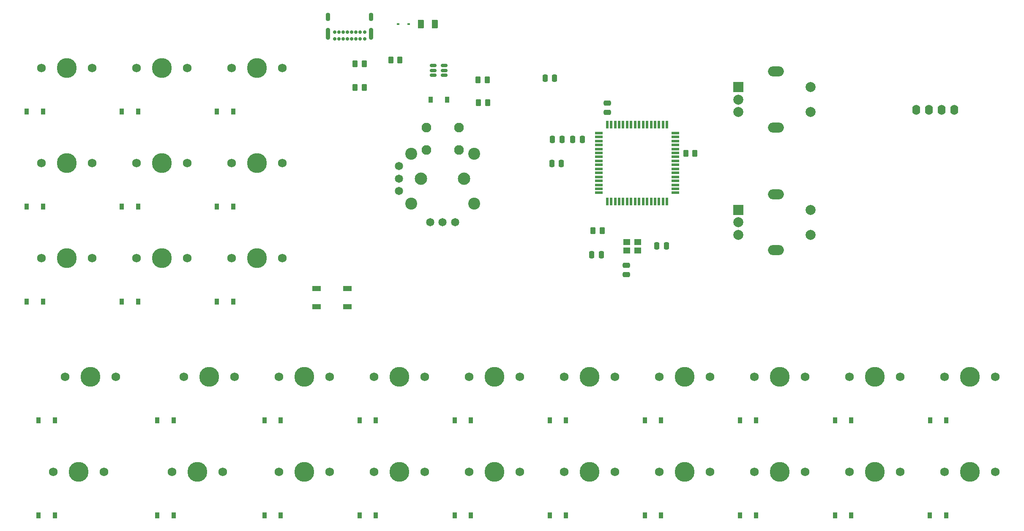
<source format=gbr>
%TF.GenerationSoftware,KiCad,Pcbnew,(6.0.5)*%
%TF.CreationDate,2022-05-16T19:36:13-07:00*%
%TF.ProjectId,3HMouse,33484d6f-7573-4652-9e6b-696361645f70,rev?*%
%TF.SameCoordinates,Original*%
%TF.FileFunction,Soldermask,Top*%
%TF.FilePolarity,Negative*%
%FSLAX46Y46*%
G04 Gerber Fmt 4.6, Leading zero omitted, Abs format (unit mm)*
G04 Created by KiCad (PCBNEW (6.0.5)) date 2022-05-16 19:36:13*
%MOMM*%
%LPD*%
G01*
G04 APERTURE LIST*
G04 Aperture macros list*
%AMRoundRect*
0 Rectangle with rounded corners*
0 $1 Rounding radius*
0 $2 $3 $4 $5 $6 $7 $8 $9 X,Y pos of 4 corners*
0 Add a 4 corners polygon primitive as box body*
4,1,4,$2,$3,$4,$5,$6,$7,$8,$9,$2,$3,0*
0 Add four circle primitives for the rounded corners*
1,1,$1+$1,$2,$3*
1,1,$1+$1,$4,$5*
1,1,$1+$1,$6,$7*
1,1,$1+$1,$8,$9*
0 Add four rect primitives between the rounded corners*
20,1,$1+$1,$2,$3,$4,$5,0*
20,1,$1+$1,$4,$5,$6,$7,0*
20,1,$1+$1,$6,$7,$8,$9,0*
20,1,$1+$1,$8,$9,$2,$3,0*%
G04 Aperture macros list end*
%ADD10C,1.750000*%
%ADD11C,3.987800*%
%ADD12RoundRect,0.150000X-0.512500X-0.150000X0.512500X-0.150000X0.512500X0.150000X-0.512500X0.150000X0*%
%ADD13R,1.500000X0.550000*%
%ADD14R,0.550000X1.500000*%
%ADD15RoundRect,0.250000X0.250000X0.475000X-0.250000X0.475000X-0.250000X-0.475000X0.250000X-0.475000X0*%
%ADD16RoundRect,0.250000X-0.262500X-0.450000X0.262500X-0.450000X0.262500X0.450000X-0.262500X0.450000X0*%
%ADD17O,0.900000X2.400000*%
%ADD18O,0.900000X1.700000*%
%ADD19C,0.700000*%
%ADD20RoundRect,0.250000X-0.375000X-0.625000X0.375000X-0.625000X0.375000X0.625000X-0.375000X0.625000X0*%
%ADD21R,0.600000X0.450000*%
%ADD22R,0.900000X1.200000*%
%ADD23RoundRect,0.250000X0.475000X-0.250000X0.475000X0.250000X-0.475000X0.250000X-0.475000X-0.250000X0*%
%ADD24O,1.600000X2.000000*%
%ADD25R,1.400000X1.200000*%
%ADD26R,1.800000X1.100000*%
%ADD27O,3.200000X2.000000*%
%ADD28R,2.000000X2.000000*%
%ADD29C,2.000000*%
%ADD30C,1.950000*%
%ADD31C,1.650000*%
%ADD32C,2.400000*%
%ADD33C,2.475000*%
%ADD34RoundRect,0.250000X0.262500X0.450000X-0.262500X0.450000X-0.262500X-0.450000X0.262500X-0.450000X0*%
%ADD35RoundRect,0.250000X-0.250000X-0.475000X0.250000X-0.475000X0.250000X0.475000X-0.250000X0.475000X0*%
%ADD36RoundRect,0.250000X-0.475000X0.250000X-0.475000X-0.250000X0.475000X-0.250000X0.475000X0.250000X0*%
G04 APERTURE END LIST*
D10*
%TO.C,SW1*%
X46355000Y-41275000D03*
X36195000Y-41275000D03*
D11*
X41275000Y-41275000D03*
%TD*%
D10*
%TO.C,SW2*%
X46355000Y-60325000D03*
X36195000Y-60325000D03*
D11*
X41275000Y-60325000D03*
%TD*%
D10*
%TO.C,SW3*%
X46355000Y-79375000D03*
X36195000Y-79375000D03*
D11*
X41275000Y-79375000D03*
%TD*%
D10*
%TO.C,SW4*%
X51117500Y-103187500D03*
X40957500Y-103187500D03*
D11*
X46037500Y-103187500D03*
%TD*%
D10*
%TO.C,SW5*%
X48736250Y-122237500D03*
X38576250Y-122237500D03*
D11*
X43656250Y-122237500D03*
%TD*%
D10*
%TO.C,SW6*%
X65405000Y-41275000D03*
X55245000Y-41275000D03*
D11*
X60325000Y-41275000D03*
%TD*%
D10*
%TO.C,SW7*%
X65405000Y-60325000D03*
X55245000Y-60325000D03*
D11*
X60325000Y-60325000D03*
%TD*%
D10*
%TO.C,SW8*%
X65405000Y-79375000D03*
X55245000Y-79375000D03*
D11*
X60325000Y-79375000D03*
%TD*%
D10*
%TO.C,SW9*%
X74930000Y-103187500D03*
X64770000Y-103187500D03*
D11*
X69850000Y-103187500D03*
%TD*%
D10*
%TO.C,SW10*%
X72548750Y-122237500D03*
X62388750Y-122237500D03*
D11*
X67468750Y-122237500D03*
%TD*%
D10*
%TO.C,SW11*%
X84455000Y-41275000D03*
X74295000Y-41275000D03*
D11*
X79375000Y-41275000D03*
%TD*%
D10*
%TO.C,SW12*%
X84455000Y-60325000D03*
X74295000Y-60325000D03*
D11*
X79375000Y-60325000D03*
%TD*%
D10*
%TO.C,SW13*%
X84455000Y-79375000D03*
X74295000Y-79375000D03*
D11*
X79375000Y-79375000D03*
%TD*%
D10*
%TO.C,SW14*%
X93980000Y-103187500D03*
X83820000Y-103187500D03*
D11*
X88900000Y-103187500D03*
%TD*%
D10*
%TO.C,SW15*%
X93980000Y-122237500D03*
X83820000Y-122237500D03*
D11*
X88900000Y-122237500D03*
%TD*%
D10*
%TO.C,SW16*%
X113030000Y-103187500D03*
X102870000Y-103187500D03*
D11*
X107950000Y-103187500D03*
%TD*%
D10*
%TO.C,SW17*%
X113030000Y-122237500D03*
X102870000Y-122237500D03*
D11*
X107950000Y-122237500D03*
%TD*%
D10*
%TO.C,SW18*%
X132080000Y-103187500D03*
X121920000Y-103187500D03*
D11*
X127000000Y-103187500D03*
%TD*%
D10*
%TO.C,SW19*%
X132080000Y-122237500D03*
X121920000Y-122237500D03*
D11*
X127000000Y-122237500D03*
%TD*%
D10*
%TO.C,SW20*%
X151130000Y-103187500D03*
X140970000Y-103187500D03*
D11*
X146050000Y-103187500D03*
%TD*%
D10*
%TO.C,SW21*%
X151130000Y-122237500D03*
X140970000Y-122237500D03*
D11*
X146050000Y-122237500D03*
%TD*%
D10*
%TO.C,SW22*%
X170180000Y-103187500D03*
X160020000Y-103187500D03*
D11*
X165100000Y-103187500D03*
%TD*%
D10*
%TO.C,SW23*%
X170180000Y-122237500D03*
X160020000Y-122237500D03*
D11*
X165100000Y-122237500D03*
%TD*%
D10*
%TO.C,SW24*%
X189230000Y-103187500D03*
X179070000Y-103187500D03*
D11*
X184150000Y-103187500D03*
%TD*%
D10*
%TO.C,SW25*%
X189230000Y-122237500D03*
X179070000Y-122237500D03*
D11*
X184150000Y-122237500D03*
%TD*%
D10*
%TO.C,SW26*%
X208280000Y-103187500D03*
X198120000Y-103187500D03*
D11*
X203200000Y-103187500D03*
%TD*%
D10*
%TO.C,SW27*%
X208280000Y-122237500D03*
X198120000Y-122237500D03*
D11*
X203200000Y-122237500D03*
%TD*%
D10*
%TO.C,SW28*%
X227330000Y-103187500D03*
X217170000Y-103187500D03*
D11*
X222250000Y-103187500D03*
%TD*%
D10*
%TO.C,SW29*%
X227330000Y-122237500D03*
X217170000Y-122237500D03*
D11*
X222250000Y-122237500D03*
%TD*%
D12*
%TO.C,U2*%
X114686500Y-40833000D03*
X114686500Y-41783000D03*
X114686500Y-42733000D03*
X116961500Y-42733000D03*
X116961500Y-41783000D03*
X116961500Y-40833000D03*
%TD*%
D13*
%TO.C,U1*%
X147875000Y-54325000D03*
X147875000Y-55125000D03*
X147875000Y-55925000D03*
X147875000Y-56725000D03*
X147875000Y-57525000D03*
X147875000Y-58325000D03*
X147875000Y-59125000D03*
X147875000Y-59925000D03*
X147875000Y-60725000D03*
X147875000Y-61525000D03*
X147875000Y-62325000D03*
X147875000Y-63125000D03*
X147875000Y-63925000D03*
X147875000Y-64725000D03*
X147875000Y-65525000D03*
X147875000Y-66325000D03*
D14*
X149575000Y-68025000D03*
X150375000Y-68025000D03*
X151175000Y-68025000D03*
X151975000Y-68025000D03*
X152775000Y-68025000D03*
X153575000Y-68025000D03*
X154375000Y-68025000D03*
X155175000Y-68025000D03*
X155975000Y-68025000D03*
X156775000Y-68025000D03*
X157575000Y-68025000D03*
X158375000Y-68025000D03*
X159175000Y-68025000D03*
X159975000Y-68025000D03*
X160775000Y-68025000D03*
X161575000Y-68025000D03*
D13*
X163275000Y-66325000D03*
X163275000Y-65525000D03*
X163275000Y-64725000D03*
X163275000Y-63925000D03*
X163275000Y-63125000D03*
X163275000Y-62325000D03*
X163275000Y-61525000D03*
X163275000Y-60725000D03*
X163275000Y-59925000D03*
X163275000Y-59125000D03*
X163275000Y-58325000D03*
X163275000Y-57525000D03*
X163275000Y-56725000D03*
X163275000Y-55925000D03*
X163275000Y-55125000D03*
X163275000Y-54325000D03*
D14*
X161575000Y-52625000D03*
X160775000Y-52625000D03*
X159975000Y-52625000D03*
X159175000Y-52625000D03*
X158375000Y-52625000D03*
X157575000Y-52625000D03*
X156775000Y-52625000D03*
X155975000Y-52625000D03*
X155175000Y-52625000D03*
X154375000Y-52625000D03*
X153575000Y-52625000D03*
X152775000Y-52625000D03*
X151975000Y-52625000D03*
X151175000Y-52625000D03*
X150375000Y-52625000D03*
X149575000Y-52625000D03*
%TD*%
D15*
%TO.C,C5*%
X148397000Y-78740000D03*
X146497000Y-78740000D03*
%TD*%
D16*
%TO.C,R7*%
X99100000Y-45243750D03*
X100925000Y-45243750D03*
%TD*%
%TO.C,R4*%
X100925000Y-40481250D03*
X99100000Y-40481250D03*
%TD*%
%TO.C,R3*%
X106243750Y-39687500D03*
X108068750Y-39687500D03*
%TD*%
D17*
%TO.C,J1*%
X102315000Y-34453000D03*
X93665000Y-34453000D03*
D18*
X102315000Y-31073000D03*
X93665000Y-31073000D03*
D19*
X100965000Y-34083000D03*
X100115000Y-34083000D03*
X99265000Y-34083000D03*
X98415000Y-34083000D03*
X97565000Y-34083000D03*
X96715000Y-34083000D03*
X95865000Y-34083000D03*
X95015000Y-34083000D03*
X95015000Y-35433000D03*
X95865000Y-35433000D03*
X96715000Y-35433000D03*
X97565000Y-35433000D03*
X98415000Y-35433000D03*
X99265000Y-35433000D03*
X100115000Y-35433000D03*
X100965000Y-35433000D03*
%TD*%
D20*
%TO.C,F1*%
X115093750Y-32543750D03*
X112293750Y-32543750D03*
%TD*%
D21*
%TO.C,D36*%
X109793750Y-32543750D03*
X107693750Y-32543750D03*
%TD*%
D22*
%TO.C,D35*%
X117537500Y-47625000D03*
X114237500Y-47625000D03*
%TD*%
D23*
%TO.C,C6*%
X149606000Y-50226000D03*
X149606000Y-48326000D03*
%TD*%
D15*
%TO.C,C4*%
X142687000Y-55626000D03*
X144587000Y-55626000D03*
%TD*%
%TO.C,C3*%
X140396000Y-60452000D03*
X138496000Y-60452000D03*
%TD*%
D24*
%TO.C,Brd1*%
X219106250Y-49725000D03*
X216566250Y-49725000D03*
X211486250Y-49725000D03*
X214026250Y-49725000D03*
%TD*%
D25*
%TO.C,Y1*%
X155702000Y-76200000D03*
X153502000Y-76200000D03*
X153502000Y-77900000D03*
X155702000Y-77900000D03*
%TD*%
D26*
%TO.C,SW32*%
X97556250Y-89162500D03*
X91356250Y-85462500D03*
X97556250Y-85462500D03*
X91356250Y-89162500D03*
%TD*%
D27*
%TO.C,SW31*%
X183356250Y-53225000D03*
X183356250Y-42025000D03*
D28*
X175856250Y-45125000D03*
D29*
X175856250Y-50125000D03*
X175856250Y-47625000D03*
X190356250Y-50125000D03*
X190356250Y-45125000D03*
%TD*%
D27*
%TO.C,SW30*%
X183356250Y-77831250D03*
X183356250Y-66631250D03*
D28*
X175856250Y-69731250D03*
D29*
X175856250Y-74731250D03*
X175856250Y-72231250D03*
X190356250Y-74731250D03*
X190356250Y-69731250D03*
%TD*%
D30*
%TO.C,S1*%
X119856250Y-57716250D03*
D31*
X107876250Y-60966250D03*
X107876250Y-63466250D03*
X107876250Y-65966250D03*
D30*
X119856250Y-53216250D03*
D31*
X114106250Y-72196250D03*
X116606250Y-72196250D03*
X119106250Y-72196250D03*
D30*
X113356250Y-57716250D03*
X113356250Y-53216250D03*
D32*
X122931250Y-58466250D03*
X122931250Y-68466250D03*
X110281250Y-58466250D03*
X110281250Y-68466250D03*
D33*
X120906250Y-63466250D03*
X112306250Y-63466250D03*
%TD*%
D16*
%TO.C,R6*%
X146725000Y-73914000D03*
X148550000Y-73914000D03*
%TD*%
D34*
%TO.C,R5*%
X167155500Y-58420000D03*
X165330500Y-58420000D03*
%TD*%
D16*
%TO.C,R2*%
X123706250Y-43656250D03*
X125531250Y-43656250D03*
%TD*%
%TO.C,R1*%
X123801500Y-48260000D03*
X125626500Y-48260000D03*
%TD*%
D22*
%TO.C,D29*%
X214187500Y-130968750D03*
X217487500Y-130968750D03*
%TD*%
%TO.C,D28*%
X214250000Y-111918750D03*
X217550000Y-111918750D03*
%TD*%
%TO.C,D27*%
X195200000Y-130968750D03*
X198500000Y-130968750D03*
%TD*%
%TO.C,D26*%
X195200000Y-111918750D03*
X198500000Y-111918750D03*
%TD*%
%TO.C,D25*%
X176150000Y-130968750D03*
X179450000Y-130968750D03*
%TD*%
%TO.C,D24*%
X176150000Y-111918750D03*
X179450000Y-111918750D03*
%TD*%
%TO.C,D23*%
X157100000Y-130968750D03*
X160400000Y-130968750D03*
%TD*%
%TO.C,D22*%
X157100000Y-111918750D03*
X160400000Y-111918750D03*
%TD*%
%TO.C,D21*%
X138050000Y-130968750D03*
X141350000Y-130968750D03*
%TD*%
%TO.C,D20*%
X138050000Y-111918750D03*
X141350000Y-111918750D03*
%TD*%
%TO.C,D19*%
X119000000Y-130968750D03*
X122300000Y-130968750D03*
%TD*%
%TO.C,D18*%
X119000000Y-111918750D03*
X122300000Y-111918750D03*
%TD*%
%TO.C,D17*%
X99950000Y-130968750D03*
X103250000Y-130968750D03*
%TD*%
%TO.C,D16*%
X99950000Y-111918750D03*
X103250000Y-111918750D03*
%TD*%
%TO.C,D15*%
X80900000Y-130968750D03*
X84200000Y-130968750D03*
%TD*%
%TO.C,D14*%
X80900000Y-111918750D03*
X84200000Y-111918750D03*
%TD*%
%TO.C,D13*%
X71375000Y-88106250D03*
X74675000Y-88106250D03*
%TD*%
%TO.C,D12*%
X71375000Y-69056250D03*
X74675000Y-69056250D03*
%TD*%
%TO.C,D11*%
X71375000Y-50006250D03*
X74675000Y-50006250D03*
%TD*%
%TO.C,D10*%
X59468750Y-130968750D03*
X62768750Y-130968750D03*
%TD*%
%TO.C,D9*%
X59468750Y-111918750D03*
X62768750Y-111918750D03*
%TD*%
%TO.C,D8*%
X52325000Y-88106250D03*
X55625000Y-88106250D03*
%TD*%
%TO.C,D7*%
X52325000Y-69056250D03*
X55625000Y-69056250D03*
%TD*%
%TO.C,D6*%
X52325000Y-50006250D03*
X55625000Y-50006250D03*
%TD*%
%TO.C,D5*%
X35656250Y-130968750D03*
X38956250Y-130968750D03*
%TD*%
%TO.C,D4*%
X35656250Y-111918750D03*
X38956250Y-111918750D03*
%TD*%
%TO.C,D3*%
X33275000Y-88106250D03*
X36575000Y-88106250D03*
%TD*%
%TO.C,D2*%
X33275000Y-69056250D03*
X36575000Y-69056250D03*
%TD*%
%TO.C,D1*%
X36575000Y-50006250D03*
X33275000Y-50006250D03*
%TD*%
D35*
%TO.C,C7*%
X139062500Y-43307000D03*
X137162500Y-43307000D03*
%TD*%
%TO.C,C8*%
X140523000Y-55626000D03*
X138623000Y-55626000D03*
%TD*%
D36*
%TO.C,C2*%
X153416000Y-80838000D03*
X153416000Y-82738000D03*
%TD*%
D35*
%TO.C,C1*%
X159543750Y-76930250D03*
X161443750Y-76930250D03*
%TD*%
M02*

</source>
